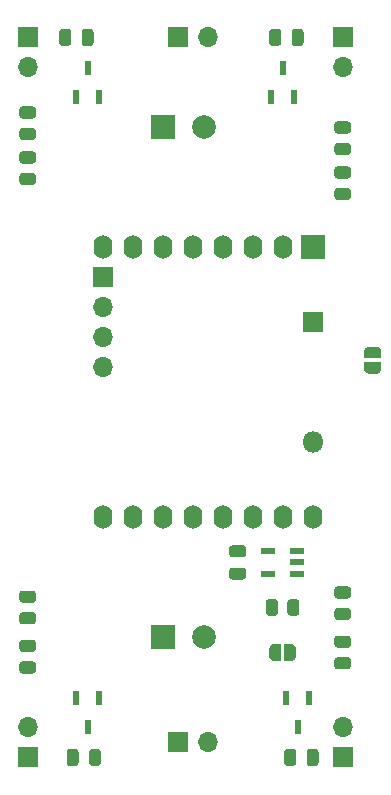
<source format=gbr>
%TF.GenerationSoftware,KiCad,Pcbnew,5.1.7-a382d34a8~88~ubuntu18.04.1*%
%TF.CreationDate,2021-04-15T09:54:53+03:00*%
%TF.ProjectId,quadimodo_pcb,71756164-696d-46f6-946f-5f7063622e6b,rev?*%
%TF.SameCoordinates,Original*%
%TF.FileFunction,Soldermask,Top*%
%TF.FilePolarity,Negative*%
%FSLAX46Y46*%
G04 Gerber Fmt 4.6, Leading zero omitted, Abs format (unit mm)*
G04 Created by KiCad (PCBNEW 5.1.7-a382d34a8~88~ubuntu18.04.1) date 2021-04-15 09:54:53*
%MOMM*%
%LPD*%
G01*
G04 APERTURE LIST*
%ADD10R,0.600000X1.200000*%
%ADD11C,0.100000*%
%ADD12R,1.210000X0.590000*%
%ADD13O,1.700000X1.700000*%
%ADD14R,1.700000X1.700000*%
%ADD15O,1.600000X2.000000*%
%ADD16R,2.000000X2.000000*%
%ADD17C,2.000000*%
%ADD18O,1.800000X1.800000*%
%ADD19R,1.800000X1.800000*%
G04 APERTURE END LIST*
D10*
%TO.C,Q4*%
X33340000Y-34270000D03*
X35240000Y-34270000D03*
X34290000Y-31770000D03*
%TD*%
%TO.C,Q3*%
X35240000Y-85110000D03*
X33340000Y-85110000D03*
X34290000Y-87610000D03*
%TD*%
%TO.C,Q2*%
X49850000Y-34270000D03*
X51750000Y-34270000D03*
X50800000Y-31770000D03*
%TD*%
%TO.C,Q1*%
X53020000Y-85110000D03*
X51120000Y-85110000D03*
X52070000Y-87610000D03*
%TD*%
D11*
%TO.C,JP1*%
G36*
X50150000Y-82029398D02*
G01*
X50125466Y-82029398D01*
X50076635Y-82024588D01*
X50028510Y-82015016D01*
X49981555Y-82000772D01*
X49936222Y-81981995D01*
X49892949Y-81958864D01*
X49852150Y-81931604D01*
X49814221Y-81900476D01*
X49779524Y-81865779D01*
X49748396Y-81827850D01*
X49721136Y-81787051D01*
X49698005Y-81743778D01*
X49679228Y-81698445D01*
X49664984Y-81651490D01*
X49655412Y-81603365D01*
X49650602Y-81554534D01*
X49650602Y-81530000D01*
X49650000Y-81530000D01*
X49650000Y-81030000D01*
X49650602Y-81030000D01*
X49650602Y-81005466D01*
X49655412Y-80956635D01*
X49664984Y-80908510D01*
X49679228Y-80861555D01*
X49698005Y-80816222D01*
X49721136Y-80772949D01*
X49748396Y-80732150D01*
X49779524Y-80694221D01*
X49814221Y-80659524D01*
X49852150Y-80628396D01*
X49892949Y-80601136D01*
X49936222Y-80578005D01*
X49981555Y-80559228D01*
X50028510Y-80544984D01*
X50076635Y-80535412D01*
X50125466Y-80530602D01*
X50150000Y-80530602D01*
X50150000Y-80530000D01*
X50650000Y-80530000D01*
X50650000Y-82030000D01*
X50150000Y-82030000D01*
X50150000Y-82029398D01*
G37*
G36*
X50950000Y-80530000D02*
G01*
X51450000Y-80530000D01*
X51450000Y-80530602D01*
X51474534Y-80530602D01*
X51523365Y-80535412D01*
X51571490Y-80544984D01*
X51618445Y-80559228D01*
X51663778Y-80578005D01*
X51707051Y-80601136D01*
X51747850Y-80628396D01*
X51785779Y-80659524D01*
X51820476Y-80694221D01*
X51851604Y-80732150D01*
X51878864Y-80772949D01*
X51901995Y-80816222D01*
X51920772Y-80861555D01*
X51935016Y-80908510D01*
X51944588Y-80956635D01*
X51949398Y-81005466D01*
X51949398Y-81030000D01*
X51950000Y-81030000D01*
X51950000Y-81530000D01*
X51949398Y-81530000D01*
X51949398Y-81554534D01*
X51944588Y-81603365D01*
X51935016Y-81651490D01*
X51920772Y-81698445D01*
X51901995Y-81743778D01*
X51878864Y-81787051D01*
X51851604Y-81827850D01*
X51820476Y-81865779D01*
X51785779Y-81900476D01*
X51747850Y-81931604D01*
X51707051Y-81958864D01*
X51663778Y-81981995D01*
X51618445Y-82000772D01*
X51571490Y-82015016D01*
X51523365Y-82024588D01*
X51474534Y-82029398D01*
X51450000Y-82029398D01*
X51450000Y-82030000D01*
X50950000Y-82030000D01*
X50950000Y-80530000D01*
G37*
%TD*%
%TO.C,JP2*%
G36*
X57670602Y-55880000D02*
G01*
X57670602Y-55855466D01*
X57675412Y-55806635D01*
X57684984Y-55758510D01*
X57699228Y-55711555D01*
X57718005Y-55666222D01*
X57741136Y-55622949D01*
X57768396Y-55582150D01*
X57799524Y-55544221D01*
X57834221Y-55509524D01*
X57872150Y-55478396D01*
X57912949Y-55451136D01*
X57956222Y-55428005D01*
X58001555Y-55409228D01*
X58048510Y-55394984D01*
X58096635Y-55385412D01*
X58145466Y-55380602D01*
X58170000Y-55380602D01*
X58170000Y-55380000D01*
X58670000Y-55380000D01*
X58670000Y-55380602D01*
X58694534Y-55380602D01*
X58743365Y-55385412D01*
X58791490Y-55394984D01*
X58838445Y-55409228D01*
X58883778Y-55428005D01*
X58927051Y-55451136D01*
X58967850Y-55478396D01*
X59005779Y-55509524D01*
X59040476Y-55544221D01*
X59071604Y-55582150D01*
X59098864Y-55622949D01*
X59121995Y-55666222D01*
X59140772Y-55711555D01*
X59155016Y-55758510D01*
X59164588Y-55806635D01*
X59169398Y-55855466D01*
X59169398Y-55880000D01*
X59170000Y-55880000D01*
X59170000Y-56380000D01*
X57670000Y-56380000D01*
X57670000Y-55880000D01*
X57670602Y-55880000D01*
G37*
G36*
X59170000Y-56680000D02*
G01*
X59170000Y-57180000D01*
X59169398Y-57180000D01*
X59169398Y-57204534D01*
X59164588Y-57253365D01*
X59155016Y-57301490D01*
X59140772Y-57348445D01*
X59121995Y-57393778D01*
X59098864Y-57437051D01*
X59071604Y-57477850D01*
X59040476Y-57515779D01*
X59005779Y-57550476D01*
X58967850Y-57581604D01*
X58927051Y-57608864D01*
X58883778Y-57631995D01*
X58838445Y-57650772D01*
X58791490Y-57665016D01*
X58743365Y-57674588D01*
X58694534Y-57679398D01*
X58670000Y-57679398D01*
X58670000Y-57680000D01*
X58170000Y-57680000D01*
X58170000Y-57679398D01*
X58145466Y-57679398D01*
X58096635Y-57674588D01*
X58048510Y-57665016D01*
X58001555Y-57650772D01*
X57956222Y-57631995D01*
X57912949Y-57608864D01*
X57872150Y-57581604D01*
X57834221Y-57550476D01*
X57799524Y-57515779D01*
X57768396Y-57477850D01*
X57741136Y-57437051D01*
X57718005Y-57393778D01*
X57699228Y-57348445D01*
X57684984Y-57301490D01*
X57675412Y-57253365D01*
X57670602Y-57204534D01*
X57670602Y-57180000D01*
X57670000Y-57180000D01*
X57670000Y-56680000D01*
X59170000Y-56680000D01*
G37*
%TD*%
D12*
%TO.C,U2*%
X52055000Y-74610000D03*
X52055000Y-73660000D03*
X52055000Y-72710000D03*
X49545000Y-72710000D03*
X49545000Y-74610000D03*
%TD*%
%TO.C,R9*%
G36*
G01*
X51200000Y-77920002D02*
X51200000Y-77019998D01*
G75*
G02*
X51449998Y-76770000I249998J0D01*
G01*
X51975002Y-76770000D01*
G75*
G02*
X52225000Y-77019998I0J-249998D01*
G01*
X52225000Y-77920002D01*
G75*
G02*
X51975002Y-78170000I-249998J0D01*
G01*
X51449998Y-78170000D01*
G75*
G02*
X51200000Y-77920002I0J249998D01*
G01*
G37*
G36*
G01*
X49375000Y-77920002D02*
X49375000Y-77019998D01*
G75*
G02*
X49624998Y-76770000I249998J0D01*
G01*
X50150002Y-76770000D01*
G75*
G02*
X50400000Y-77019998I0J-249998D01*
G01*
X50400000Y-77920002D01*
G75*
G02*
X50150002Y-78170000I-249998J0D01*
G01*
X49624998Y-78170000D01*
G75*
G02*
X49375000Y-77920002I0J249998D01*
G01*
G37*
%TD*%
D13*
%TO.C,J7*%
X44450000Y-29210000D03*
D14*
X41910000Y-29210000D03*
%TD*%
%TO.C,C7*%
G36*
G01*
X32890000Y-28735000D02*
X32890000Y-29685000D01*
G75*
G02*
X32640000Y-29935000I-250000J0D01*
G01*
X32140000Y-29935000D01*
G75*
G02*
X31890000Y-29685000I0J250000D01*
G01*
X31890000Y-28735000D01*
G75*
G02*
X32140000Y-28485000I250000J0D01*
G01*
X32640000Y-28485000D01*
G75*
G02*
X32890000Y-28735000I0J-250000D01*
G01*
G37*
G36*
G01*
X34790000Y-28735000D02*
X34790000Y-29685000D01*
G75*
G02*
X34540000Y-29935000I-250000J0D01*
G01*
X34040000Y-29935000D01*
G75*
G02*
X33790000Y-29685000I0J250000D01*
G01*
X33790000Y-28735000D01*
G75*
G02*
X34040000Y-28485000I250000J0D01*
G01*
X34540000Y-28485000D01*
G75*
G02*
X34790000Y-28735000I0J-250000D01*
G01*
G37*
%TD*%
%TO.C,C6*%
G36*
G01*
X33520000Y-89695000D02*
X33520000Y-90645000D01*
G75*
G02*
X33270000Y-90895000I-250000J0D01*
G01*
X32770000Y-90895000D01*
G75*
G02*
X32520000Y-90645000I0J250000D01*
G01*
X32520000Y-89695000D01*
G75*
G02*
X32770000Y-89445000I250000J0D01*
G01*
X33270000Y-89445000D01*
G75*
G02*
X33520000Y-89695000I0J-250000D01*
G01*
G37*
G36*
G01*
X35420000Y-89695000D02*
X35420000Y-90645000D01*
G75*
G02*
X35170000Y-90895000I-250000J0D01*
G01*
X34670000Y-90895000D01*
G75*
G02*
X34420000Y-90645000I0J250000D01*
G01*
X34420000Y-89695000D01*
G75*
G02*
X34670000Y-89445000I250000J0D01*
G01*
X35170000Y-89445000D01*
G75*
G02*
X35420000Y-89695000I0J-250000D01*
G01*
G37*
%TD*%
%TO.C,C5*%
G36*
G01*
X51570000Y-29685000D02*
X51570000Y-28735000D01*
G75*
G02*
X51820000Y-28485000I250000J0D01*
G01*
X52320000Y-28485000D01*
G75*
G02*
X52570000Y-28735000I0J-250000D01*
G01*
X52570000Y-29685000D01*
G75*
G02*
X52320000Y-29935000I-250000J0D01*
G01*
X51820000Y-29935000D01*
G75*
G02*
X51570000Y-29685000I0J250000D01*
G01*
G37*
G36*
G01*
X49670000Y-29685000D02*
X49670000Y-28735000D01*
G75*
G02*
X49920000Y-28485000I250000J0D01*
G01*
X50420000Y-28485000D01*
G75*
G02*
X50670000Y-28735000I0J-250000D01*
G01*
X50670000Y-29685000D01*
G75*
G02*
X50420000Y-29935000I-250000J0D01*
G01*
X49920000Y-29935000D01*
G75*
G02*
X49670000Y-29685000I0J250000D01*
G01*
G37*
%TD*%
%TO.C,C4*%
G36*
G01*
X52840000Y-90645000D02*
X52840000Y-89695000D01*
G75*
G02*
X53090000Y-89445000I250000J0D01*
G01*
X53590000Y-89445000D01*
G75*
G02*
X53840000Y-89695000I0J-250000D01*
G01*
X53840000Y-90645000D01*
G75*
G02*
X53590000Y-90895000I-250000J0D01*
G01*
X53090000Y-90895000D01*
G75*
G02*
X52840000Y-90645000I0J250000D01*
G01*
G37*
G36*
G01*
X50940000Y-90645000D02*
X50940000Y-89695000D01*
G75*
G02*
X51190000Y-89445000I250000J0D01*
G01*
X51690000Y-89445000D01*
G75*
G02*
X51940000Y-89695000I0J-250000D01*
G01*
X51940000Y-90645000D01*
G75*
G02*
X51690000Y-90895000I-250000J0D01*
G01*
X51190000Y-90895000D01*
G75*
G02*
X50940000Y-90645000I0J250000D01*
G01*
G37*
%TD*%
%TO.C,C2*%
G36*
G01*
X47465000Y-73210000D02*
X46515000Y-73210000D01*
G75*
G02*
X46265000Y-72960000I0J250000D01*
G01*
X46265000Y-72460000D01*
G75*
G02*
X46515000Y-72210000I250000J0D01*
G01*
X47465000Y-72210000D01*
G75*
G02*
X47715000Y-72460000I0J-250000D01*
G01*
X47715000Y-72960000D01*
G75*
G02*
X47465000Y-73210000I-250000J0D01*
G01*
G37*
G36*
G01*
X47465000Y-75110000D02*
X46515000Y-75110000D01*
G75*
G02*
X46265000Y-74860000I0J250000D01*
G01*
X46265000Y-74360000D01*
G75*
G02*
X46515000Y-74110000I250000J0D01*
G01*
X47465000Y-74110000D01*
G75*
G02*
X47715000Y-74360000I0J-250000D01*
G01*
X47715000Y-74860000D01*
G75*
G02*
X47465000Y-75110000I-250000J0D01*
G01*
G37*
%TD*%
D15*
%TO.C,U1*%
X53340000Y-69850000D03*
X50800000Y-69850000D03*
X48260000Y-69850000D03*
X45720000Y-69850000D03*
X43180000Y-69850000D03*
X40640000Y-69850000D03*
X38100000Y-69850000D03*
X35560000Y-69850000D03*
X35560000Y-46990000D03*
X38100000Y-46990000D03*
X40640000Y-46990000D03*
X43180000Y-46990000D03*
X45720000Y-46990000D03*
X48260000Y-46990000D03*
D16*
X53340000Y-46990000D03*
D15*
X50800000Y-46990000D03*
%TD*%
D17*
%TO.C,C1*%
X44140000Y-36830000D03*
D16*
X40640000Y-36830000D03*
%TD*%
D13*
%TO.C,J6*%
X29210000Y-31750000D03*
D14*
X29210000Y-29210000D03*
%TD*%
D13*
%TO.C,J5*%
X29210000Y-87630000D03*
D14*
X29210000Y-90170000D03*
%TD*%
D13*
%TO.C,J4*%
X55880000Y-31750000D03*
D14*
X55880000Y-29210000D03*
%TD*%
D13*
%TO.C,J3*%
X55880000Y-87630000D03*
D14*
X55880000Y-90170000D03*
%TD*%
D13*
%TO.C,J2*%
X35560000Y-57150000D03*
X35560000Y-54610000D03*
X35560000Y-52070000D03*
D14*
X35560000Y-49530000D03*
%TD*%
D13*
%TO.C,J1*%
X44450000Y-88900000D03*
D14*
X41910000Y-88900000D03*
%TD*%
%TO.C,R8*%
G36*
G01*
X29660002Y-36072500D02*
X28759998Y-36072500D01*
G75*
G02*
X28510000Y-35822502I0J249998D01*
G01*
X28510000Y-35297498D01*
G75*
G02*
X28759998Y-35047500I249998J0D01*
G01*
X29660002Y-35047500D01*
G75*
G02*
X29910000Y-35297498I0J-249998D01*
G01*
X29910000Y-35822502D01*
G75*
G02*
X29660002Y-36072500I-249998J0D01*
G01*
G37*
G36*
G01*
X29660002Y-37897500D02*
X28759998Y-37897500D01*
G75*
G02*
X28510000Y-37647502I0J249998D01*
G01*
X28510000Y-37122498D01*
G75*
G02*
X28759998Y-36872500I249998J0D01*
G01*
X29660002Y-36872500D01*
G75*
G02*
X29910000Y-37122498I0J-249998D01*
G01*
X29910000Y-37647502D01*
G75*
G02*
X29660002Y-37897500I-249998J0D01*
G01*
G37*
%TD*%
%TO.C,R7*%
G36*
G01*
X28759998Y-40682500D02*
X29660002Y-40682500D01*
G75*
G02*
X29910000Y-40932498I0J-249998D01*
G01*
X29910000Y-41457502D01*
G75*
G02*
X29660002Y-41707500I-249998J0D01*
G01*
X28759998Y-41707500D01*
G75*
G02*
X28510000Y-41457502I0J249998D01*
G01*
X28510000Y-40932498D01*
G75*
G02*
X28759998Y-40682500I249998J0D01*
G01*
G37*
G36*
G01*
X28759998Y-38857500D02*
X29660002Y-38857500D01*
G75*
G02*
X29910000Y-39107498I0J-249998D01*
G01*
X29910000Y-39632502D01*
G75*
G02*
X29660002Y-39882500I-249998J0D01*
G01*
X28759998Y-39882500D01*
G75*
G02*
X28510000Y-39632502I0J249998D01*
G01*
X28510000Y-39107498D01*
G75*
G02*
X28759998Y-38857500I249998J0D01*
G01*
G37*
%TD*%
%TO.C,R6*%
G36*
G01*
X28759998Y-82037500D02*
X29660002Y-82037500D01*
G75*
G02*
X29910000Y-82287498I0J-249998D01*
G01*
X29910000Y-82812502D01*
G75*
G02*
X29660002Y-83062500I-249998J0D01*
G01*
X28759998Y-83062500D01*
G75*
G02*
X28510000Y-82812502I0J249998D01*
G01*
X28510000Y-82287498D01*
G75*
G02*
X28759998Y-82037500I249998J0D01*
G01*
G37*
G36*
G01*
X28759998Y-80212500D02*
X29660002Y-80212500D01*
G75*
G02*
X29910000Y-80462498I0J-249998D01*
G01*
X29910000Y-80987502D01*
G75*
G02*
X29660002Y-81237500I-249998J0D01*
G01*
X28759998Y-81237500D01*
G75*
G02*
X28510000Y-80987502I0J249998D01*
G01*
X28510000Y-80462498D01*
G75*
G02*
X28759998Y-80212500I249998J0D01*
G01*
G37*
%TD*%
%TO.C,R5*%
G36*
G01*
X56330002Y-37342500D02*
X55429998Y-37342500D01*
G75*
G02*
X55180000Y-37092502I0J249998D01*
G01*
X55180000Y-36567498D01*
G75*
G02*
X55429998Y-36317500I249998J0D01*
G01*
X56330002Y-36317500D01*
G75*
G02*
X56580000Y-36567498I0J-249998D01*
G01*
X56580000Y-37092502D01*
G75*
G02*
X56330002Y-37342500I-249998J0D01*
G01*
G37*
G36*
G01*
X56330002Y-39167500D02*
X55429998Y-39167500D01*
G75*
G02*
X55180000Y-38917502I0J249998D01*
G01*
X55180000Y-38392498D01*
G75*
G02*
X55429998Y-38142500I249998J0D01*
G01*
X56330002Y-38142500D01*
G75*
G02*
X56580000Y-38392498I0J-249998D01*
G01*
X56580000Y-38917502D01*
G75*
G02*
X56330002Y-39167500I-249998J0D01*
G01*
G37*
%TD*%
%TO.C,R4*%
G36*
G01*
X29660002Y-77070000D02*
X28759998Y-77070000D01*
G75*
G02*
X28510000Y-76820002I0J249998D01*
G01*
X28510000Y-76294998D01*
G75*
G02*
X28759998Y-76045000I249998J0D01*
G01*
X29660002Y-76045000D01*
G75*
G02*
X29910000Y-76294998I0J-249998D01*
G01*
X29910000Y-76820002D01*
G75*
G02*
X29660002Y-77070000I-249998J0D01*
G01*
G37*
G36*
G01*
X29660002Y-78895000D02*
X28759998Y-78895000D01*
G75*
G02*
X28510000Y-78645002I0J249998D01*
G01*
X28510000Y-78119998D01*
G75*
G02*
X28759998Y-77870000I249998J0D01*
G01*
X29660002Y-77870000D01*
G75*
G02*
X29910000Y-78119998I0J-249998D01*
G01*
X29910000Y-78645002D01*
G75*
G02*
X29660002Y-78895000I-249998J0D01*
G01*
G37*
%TD*%
%TO.C,R3*%
G36*
G01*
X55429998Y-41952500D02*
X56330002Y-41952500D01*
G75*
G02*
X56580000Y-42202498I0J-249998D01*
G01*
X56580000Y-42727502D01*
G75*
G02*
X56330002Y-42977500I-249998J0D01*
G01*
X55429998Y-42977500D01*
G75*
G02*
X55180000Y-42727502I0J249998D01*
G01*
X55180000Y-42202498D01*
G75*
G02*
X55429998Y-41952500I249998J0D01*
G01*
G37*
G36*
G01*
X55429998Y-40127500D02*
X56330002Y-40127500D01*
G75*
G02*
X56580000Y-40377498I0J-249998D01*
G01*
X56580000Y-40902502D01*
G75*
G02*
X56330002Y-41152500I-249998J0D01*
G01*
X55429998Y-41152500D01*
G75*
G02*
X55180000Y-40902502I0J249998D01*
G01*
X55180000Y-40377498D01*
G75*
G02*
X55429998Y-40127500I249998J0D01*
G01*
G37*
%TD*%
D18*
%TO.C,D1*%
X53340000Y-63500000D03*
D19*
X53340000Y-53340000D03*
%TD*%
D17*
%TO.C,C3*%
X44140000Y-80010000D03*
D16*
X40640000Y-80010000D03*
%TD*%
%TO.C,R2*%
G36*
G01*
X55429998Y-81680000D02*
X56330002Y-81680000D01*
G75*
G02*
X56580000Y-81929998I0J-249998D01*
G01*
X56580000Y-82455002D01*
G75*
G02*
X56330002Y-82705000I-249998J0D01*
G01*
X55429998Y-82705000D01*
G75*
G02*
X55180000Y-82455002I0J249998D01*
G01*
X55180000Y-81929998D01*
G75*
G02*
X55429998Y-81680000I249998J0D01*
G01*
G37*
G36*
G01*
X55429998Y-79855000D02*
X56330002Y-79855000D01*
G75*
G02*
X56580000Y-80104998I0J-249998D01*
G01*
X56580000Y-80630002D01*
G75*
G02*
X56330002Y-80880000I-249998J0D01*
G01*
X55429998Y-80880000D01*
G75*
G02*
X55180000Y-80630002I0J249998D01*
G01*
X55180000Y-80104998D01*
G75*
G02*
X55429998Y-79855000I249998J0D01*
G01*
G37*
%TD*%
%TO.C,R1*%
G36*
G01*
X56330002Y-76712500D02*
X55429998Y-76712500D01*
G75*
G02*
X55180000Y-76462502I0J249998D01*
G01*
X55180000Y-75937498D01*
G75*
G02*
X55429998Y-75687500I249998J0D01*
G01*
X56330002Y-75687500D01*
G75*
G02*
X56580000Y-75937498I0J-249998D01*
G01*
X56580000Y-76462502D01*
G75*
G02*
X56330002Y-76712500I-249998J0D01*
G01*
G37*
G36*
G01*
X56330002Y-78537500D02*
X55429998Y-78537500D01*
G75*
G02*
X55180000Y-78287502I0J249998D01*
G01*
X55180000Y-77762498D01*
G75*
G02*
X55429998Y-77512500I249998J0D01*
G01*
X56330002Y-77512500D01*
G75*
G02*
X56580000Y-77762498I0J-249998D01*
G01*
X56580000Y-78287502D01*
G75*
G02*
X56330002Y-78537500I-249998J0D01*
G01*
G37*
%TD*%
M02*

</source>
